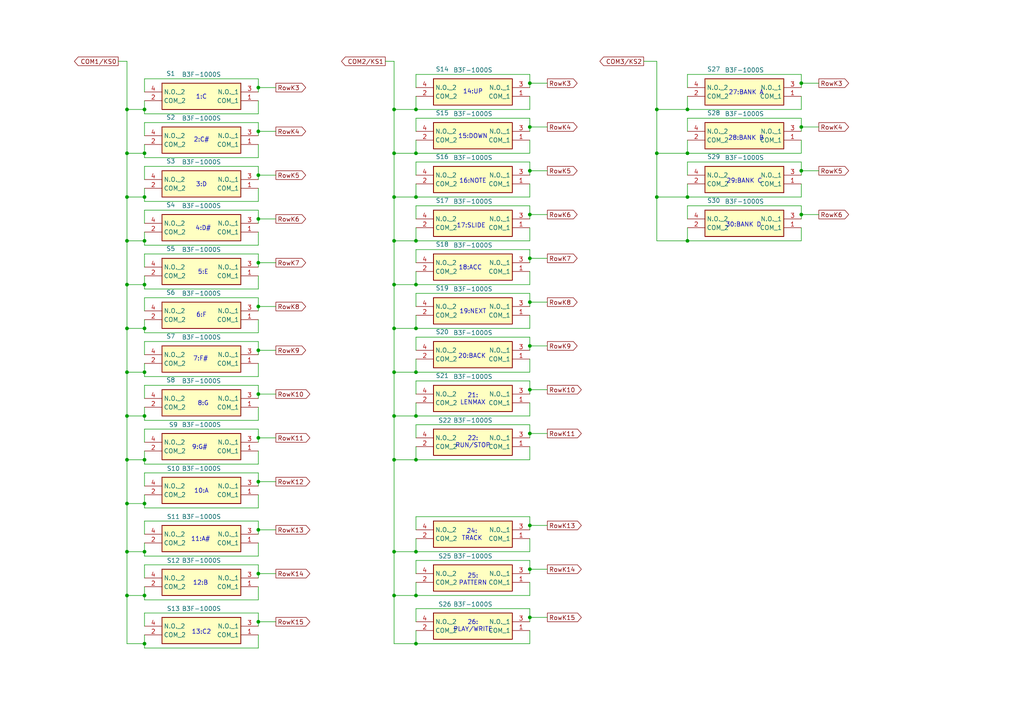
<source format=kicad_sch>
(kicad_sch (version 20231120) (generator "eeschema") (generator_version "8.0")
  (paper "A4")
  (lib_symbols
    (symbol "SamacSys_Parts:B3F-1000S"
      (property "Reference" "S" (at 29.21 7.62 0))
      (property "Value" "B3F-1000S" (at 29.21 5.08 0))
      (symbol "B3F-1000S_1_1"
        (rectangle (start 5.08 2.54) (end 27.94 -5.08) (stroke (width 0.254)) (fill (type background)))
        (pin passive line (at 33.02 -2.54 180) (length 5.08) (name "COM_1") (number "1"))
        (pin passive line (at 0 -2.54 0) (length 5.08) (name "COM_2") (number "2"))
        (pin passive line (at 33.02 0 180) (length 5.08) (name "N.O._1") (number "3"))
        (pin passive line (at 0 0 0) (length 5.08) (name "N.O._2") (number "4"))
      )
    )
  )
  (junction (at 114.3 82.55))
  (junction (at 153.67 74.93))
  (junction (at 36.83 31.75))
  (junction (at 114.3 120.65))
  (junction (at 41.91 133.35))
  (junction (at 41.91 107.95))
  (junction (at 153.67 87.63))
  (junction (at 153.67 165.1))
  (junction (at 41.91 160.02))
  (junction (at 41.91 57.15))
  (junction (at 36.83 172.72))
  (junction (at 190.5 44.45))
  (junction (at 36.83 120.65))
  (junction (at 153.67 152.4))
  (junction (at 41.91 120.65))
  (junction (at 120.65 44.45))
  (junction (at 74.93 101.6))
  (junction (at 114.3 172.72))
  (junction (at 36.83 95.25))
  (junction (at 114.3 57.15))
  (junction (at 41.91 82.55))
  (junction (at 36.83 160.02))
  (junction (at 41.91 146.05))
  (junction (at 74.93 153.67))
  (junction (at 120.65 95.25))
  (junction (at 36.83 133.35))
  (junction (at 114.3 107.95))
  (junction (at 153.67 49.53))
  (junction (at 41.91 172.72))
  (junction (at 120.65 57.15))
  (junction (at 114.3 133.35))
  (junction (at 232.41 49.53))
  (junction (at 36.83 57.15))
  (junction (at 153.67 113.03))
  (junction (at 74.93 38.1))
  (junction (at 41.91 69.85))
  (junction (at 114.3 160.02))
  (junction (at 153.67 179.07))
  (junction (at 74.93 63.5))
  (junction (at 41.91 44.45))
  (junction (at 74.93 76.2))
  (junction (at 41.91 186.69))
  (junction (at 120.65 186.69))
  (junction (at 74.93 139.7))
  (junction (at 36.83 107.95))
  (junction (at 114.3 95.25))
  (junction (at 120.65 120.65))
  (junction (at 120.65 160.02))
  (junction (at 153.67 125.73))
  (junction (at 74.93 114.3))
  (junction (at 36.83 82.55))
  (junction (at 153.67 62.23))
  (junction (at 114.3 44.45))
  (junction (at 74.93 50.8))
  (junction (at 199.39 31.75))
  (junction (at 74.93 166.37))
  (junction (at 114.3 69.85))
  (junction (at 36.83 146.05))
  (junction (at 153.67 24.13))
  (junction (at 199.39 57.15))
  (junction (at 120.65 107.95))
  (junction (at 74.93 25.4))
  (junction (at 41.91 95.25))
  (junction (at 232.41 36.83))
  (junction (at 120.65 69.85))
  (junction (at 36.83 44.45))
  (junction (at 153.67 100.33))
  (junction (at 190.5 31.75))
  (junction (at 114.3 31.75))
  (junction (at 120.65 31.75))
  (junction (at 232.41 62.23))
  (junction (at 74.93 180.34))
  (junction (at 199.39 44.45))
  (junction (at 120.65 172.72))
  (junction (at 36.83 69.85))
  (junction (at 120.65 133.35))
  (junction (at 74.93 127))
  (junction (at 199.39 69.85))
  (junction (at 41.91 31.75))
  (junction (at 190.5 57.15))
  (junction (at 74.93 88.9))
  (junction (at 153.67 36.83))
  (junction (at 232.41 24.13))
  (junction (at 120.65 82.55))
  (wire (pts (xy 41.91 133.35) (xy 41.91 130.81)))
  (wire (pts (xy 153.67 156.21) (xy 153.67 160.02)))
  (wire (pts (xy 120.65 21.59) (xy 153.67 21.59)))
  (wire (pts (xy 41.91 57.15) (xy 41.91 54.61)))
  (wire (pts (xy 41.91 177.8) (xy 74.93 177.8)))
  (wire (pts (xy 120.65 107.95) (xy 120.65 104.14)))
  (wire (pts (xy 41.91 173.99) (xy 41.91 172.72)))
  (wire (pts (xy 74.93 153.67) (xy 80.01 153.67)))
  (wire (pts (xy 153.67 172.72) (xy 120.65 172.72)))
  (wire (pts (xy 199.39 44.45) (xy 199.39 40.64)))
  (wire (pts (xy 41.91 172.72) (xy 41.91 170.18)))
  (wire (pts (xy 199.39 31.75) (xy 199.39 27.94)))
  (wire (pts (xy 114.3 95.25) (xy 114.3 107.95)))
  (wire (pts (xy 153.67 59.69) (xy 153.67 62.23)))
  (wire (pts (xy 120.65 69.85) (xy 114.3 69.85)))
  (wire (pts (xy 153.67 104.14) (xy 153.67 107.95)))
  (wire (pts (xy 153.67 100.33) (xy 153.67 101.6)))
  (wire (pts (xy 120.65 160.02) (xy 114.3 160.02)))
  (wire (pts (xy 114.3 44.45) (xy 114.3 57.15)))
  (wire (pts (xy 74.93 80.01) (xy 74.93 83.82)))
  (wire (pts (xy 120.65 123.19) (xy 153.67 123.19)))
  (wire (pts (xy 153.67 74.93) (xy 158.75 74.93)))
  (wire (pts (xy 153.67 44.45) (xy 120.65 44.45)))
  (wire (pts (xy 120.65 149.86) (xy 153.67 149.86)))
  (wire (pts (xy 74.93 114.3) (xy 74.93 115.57)))
  (wire (pts (xy 74.93 99.06) (xy 74.93 101.6)))
  (wire (pts (xy 120.65 160.02) (xy 120.65 156.21)))
  (wire (pts (xy 41.91 121.92) (xy 41.91 120.65)))
  (wire (pts (xy 120.65 97.79) (xy 153.67 97.79)))
  (wire (pts (xy 232.41 69.85) (xy 199.39 69.85)))
  (wire (pts (xy 120.65 59.69) (xy 153.67 59.69)))
  (wire (pts (xy 74.93 114.3) (xy 80.01 114.3)))
  (wire (pts (xy 153.67 97.79) (xy 153.67 100.33)))
  (wire (pts (xy 74.93 118.11) (xy 74.93 121.92)))
  (wire (pts (xy 41.91 58.42) (xy 41.91 57.15)))
  (wire (pts (xy 232.41 24.13) (xy 237.49 24.13)))
  (wire (pts (xy 36.83 31.75) (xy 36.83 44.45)))
  (wire (pts (xy 232.41 34.29) (xy 232.41 36.83)))
  (wire (pts (xy 36.83 69.85) (xy 41.91 69.85)))
  (wire (pts (xy 74.93 96.52) (xy 41.91 96.52)))
  (wire (pts (xy 153.67 179.07) (xy 158.75 179.07)))
  (wire (pts (xy 120.65 44.45) (xy 114.3 44.45)))
  (wire (pts (xy 190.5 17.78) (xy 190.5 31.75)))
  (wire (pts (xy 41.91 39.37) (xy 41.91 35.56)))
  (wire (pts (xy 190.5 57.15) (xy 190.5 69.85)))
  (wire (pts (xy 120.65 63.5) (xy 120.65 59.69)))
  (wire (pts (xy 36.83 160.02) (xy 41.91 160.02)))
  (wire (pts (xy 41.91 161.29) (xy 41.91 160.02)))
  (wire (pts (xy 41.91 120.65) (xy 41.91 118.11)))
  (wire (pts (xy 74.93 127) (xy 74.93 128.27)))
  (wire (pts (xy 74.93 25.4) (xy 74.93 26.67)))
  (wire (pts (xy 120.65 72.39) (xy 153.67 72.39)))
  (wire (pts (xy 74.93 166.37) (xy 74.93 167.64)))
  (wire (pts (xy 74.93 83.82) (xy 41.91 83.82)))
  (wire (pts (xy 41.91 77.47) (xy 41.91 73.66)))
  (wire (pts (xy 41.91 73.66) (xy 74.93 73.66)))
  (wire (pts (xy 120.65 127) (xy 120.65 123.19)))
  (wire (pts (xy 74.93 45.72) (xy 41.91 45.72)))
  (wire (pts (xy 41.91 163.83) (xy 74.93 163.83)))
  (wire (pts (xy 41.91 102.87) (xy 41.91 99.06)))
  (wire (pts (xy 41.91 64.77) (xy 41.91 60.96)))
  (wire (pts (xy 74.93 153.67) (xy 74.93 154.94)))
  (wire (pts (xy 74.93 151.13) (xy 74.93 153.67)))
  (wire (pts (xy 41.91 140.97) (xy 41.91 137.16)))
  (wire (pts (xy 74.93 41.91) (xy 74.93 45.72)))
  (wire (pts (xy 36.83 69.85) (xy 36.83 82.55)))
  (wire (pts (xy 153.67 36.83) (xy 158.75 36.83)))
  (wire (pts (xy 153.67 123.19) (xy 153.67 125.73)))
  (wire (pts (xy 153.67 113.03) (xy 153.67 114.3)))
  (wire (pts (xy 199.39 50.8) (xy 199.39 46.99)))
  (wire (pts (xy 199.39 46.99) (xy 232.41 46.99)))
  (wire (pts (xy 232.41 59.69) (xy 232.41 62.23)))
  (wire (pts (xy 190.5 57.15) (xy 199.39 57.15)))
  (wire (pts (xy 120.65 153.67) (xy 120.65 149.86)))
  (wire (pts (xy 74.93 101.6) (xy 80.01 101.6)))
  (wire (pts (xy 120.65 85.09) (xy 153.67 85.09)))
  (wire (pts (xy 120.65 34.29) (xy 153.67 34.29)))
  (wire (pts (xy 120.65 31.75) (xy 120.65 27.94)))
  (wire (pts (xy 153.67 69.85) (xy 120.65 69.85)))
  (wire (pts (xy 232.41 62.23) (xy 232.41 63.5)))
  (wire (pts (xy 153.67 36.83) (xy 153.67 38.1)))
  (wire (pts (xy 36.83 57.15) (xy 41.91 57.15)))
  (wire (pts (xy 41.91 124.46) (xy 74.93 124.46)))
  (wire (pts (xy 36.83 160.02) (xy 36.83 172.72)))
  (wire (pts (xy 41.91 26.67) (xy 41.91 22.86)))
  (wire (pts (xy 74.93 105.41) (xy 74.93 109.22)))
  (wire (pts (xy 74.93 54.61) (xy 74.93 58.42)))
  (wire (pts (xy 74.93 22.86) (xy 74.93 25.4)))
  (wire (pts (xy 120.65 82.55) (xy 114.3 82.55)))
  (wire (pts (xy 232.41 27.94) (xy 232.41 31.75)))
  (wire (pts (xy 153.67 110.49) (xy 153.67 113.03)))
  (wire (pts (xy 41.91 107.95) (xy 41.91 105.41)))
  (wire (pts (xy 153.67 74.93) (xy 153.67 76.2)))
  (wire (pts (xy 36.83 57.15) (xy 36.83 69.85)))
  (wire (pts (xy 74.93 58.42) (xy 41.91 58.42)))
  (wire (pts (xy 153.67 165.1) (xy 158.75 165.1)))
  (wire (pts (xy 41.91 187.96) (xy 41.91 186.69)))
  (wire (pts (xy 120.65 110.49) (xy 153.67 110.49)))
  (wire (pts (xy 36.83 186.69) (xy 41.91 186.69)))
  (wire (pts (xy 74.93 143.51) (xy 74.93 147.32)))
  (wire (pts (xy 153.67 107.95) (xy 120.65 107.95)))
  (wire (pts (xy 153.67 182.88) (xy 153.67 186.69)))
  (wire (pts (xy 199.39 69.85) (xy 199.39 66.04)))
  (wire (pts (xy 232.41 49.53) (xy 237.49 49.53)))
  (wire (pts (xy 120.65 95.25) (xy 120.65 91.44)))
  (wire (pts (xy 74.93 35.56) (xy 74.93 38.1)))
  (wire (pts (xy 41.91 111.76) (xy 74.93 111.76)))
  (wire (pts (xy 41.91 45.72) (xy 41.91 44.45)))
  (wire (pts (xy 74.93 177.8) (xy 74.93 180.34)))
  (wire (pts (xy 41.91 60.96) (xy 74.93 60.96)))
  (wire (pts (xy 74.93 29.21) (xy 74.93 33.02)))
  (wire (pts (xy 74.93 124.46) (xy 74.93 127)))
  (wire (pts (xy 120.65 44.45) (xy 120.65 40.64)))
  (wire (pts (xy 232.41 21.59) (xy 232.41 24.13)))
  (wire (pts (xy 153.67 125.73) (xy 158.75 125.73)))
  (wire (pts (xy 36.83 107.95) (xy 41.91 107.95)))
  (wire (pts (xy 153.67 116.84) (xy 153.67 120.65)))
  (wire (pts (xy 74.93 157.48) (xy 74.93 161.29)))
  (wire (pts (xy 232.41 66.04) (xy 232.41 69.85)))
  (wire (pts (xy 232.41 40.64) (xy 232.41 44.45)))
  (wire (pts (xy 153.67 21.59) (xy 153.67 24.13)))
  (wire (pts (xy 232.41 57.15) (xy 199.39 57.15)))
  (wire (pts (xy 186.69 17.78) (xy 190.5 17.78)))
  (wire (pts (xy 41.91 44.45) (xy 41.91 41.91)))
  (wire (pts (xy 153.67 129.54) (xy 153.67 133.35)))
  (wire (pts (xy 36.83 44.45) (xy 36.83 57.15)))
  (wire (pts (xy 74.93 111.76) (xy 74.93 114.3)))
  (wire (pts (xy 41.91 33.02) (xy 41.91 31.75)))
  (wire (pts (xy 74.93 161.29) (xy 41.91 161.29)))
  (wire (pts (xy 74.93 33.02) (xy 41.91 33.02)))
  (wire (pts (xy 120.65 133.35) (xy 114.3 133.35)))
  (wire (pts (xy 120.65 82.55) (xy 120.65 78.74)))
  (wire (pts (xy 41.91 146.05) (xy 41.91 143.51)))
  (wire (pts (xy 114.3 82.55) (xy 114.3 95.25)))
  (wire (pts (xy 36.83 133.35) (xy 36.83 146.05)))
  (wire (pts (xy 74.93 50.8) (xy 74.93 52.07)))
  (wire (pts (xy 41.91 48.26) (xy 74.93 48.26)))
  (wire (pts (xy 36.83 107.95) (xy 36.83 120.65)))
  (wire (pts (xy 41.91 22.86) (xy 74.93 22.86)))
  (wire (pts (xy 232.41 46.99) (xy 232.41 49.53)))
  (wire (pts (xy 74.93 38.1) (xy 80.01 38.1)))
  (wire (pts (xy 153.67 162.56) (xy 153.67 165.1)))
  (wire (pts (xy 120.65 31.75) (xy 114.3 31.75)))
  (wire (pts (xy 153.67 66.04) (xy 153.67 69.85)))
  (wire (pts (xy 41.91 134.62) (xy 41.91 133.35)))
  (wire (pts (xy 153.67 24.13) (xy 153.67 25.4)))
  (wire (pts (xy 120.65 46.99) (xy 153.67 46.99)))
  (wire (pts (xy 153.67 100.33) (xy 158.75 100.33)))
  (wire (pts (xy 120.65 166.37) (xy 120.65 162.56)))
  (wire (pts (xy 153.67 57.15) (xy 120.65 57.15)))
  (wire (pts (xy 41.91 99.06) (xy 74.93 99.06)))
  (wire (pts (xy 74.93 137.16) (xy 74.93 139.7)))
  (wire (pts (xy 232.41 31.75) (xy 199.39 31.75)))
  (wire (pts (xy 74.93 180.34) (xy 80.01 180.34)))
  (wire (pts (xy 114.3 69.85) (xy 114.3 82.55)))
  (wire (pts (xy 114.3 107.95) (xy 114.3 120.65)))
  (wire (pts (xy 41.91 109.22) (xy 41.91 107.95)))
  (wire (pts (xy 232.41 36.83) (xy 237.49 36.83)))
  (wire (pts (xy 120.65 114.3) (xy 120.65 110.49)))
  (wire (pts (xy 114.3 17.78) (xy 114.3 31.75)))
  (wire (pts (xy 153.67 78.74) (xy 153.67 82.55)))
  (wire (pts (xy 153.67 34.29) (xy 153.67 36.83)))
  (wire (pts (xy 153.67 95.25) (xy 120.65 95.25)))
  (wire (pts (xy 41.91 181.61) (xy 41.91 177.8)))
  (wire (pts (xy 199.39 57.15) (xy 199.39 53.34)))
  (wire (pts (xy 153.67 152.4) (xy 158.75 152.4)))
  (wire (pts (xy 153.67 168.91) (xy 153.67 172.72)))
  (wire (pts (xy 199.39 63.5) (xy 199.39 59.69)))
  (wire (pts (xy 120.65 107.95) (xy 114.3 107.95)))
  (wire (pts (xy 41.91 96.52) (xy 41.91 95.25)))
  (wire (pts (xy 36.83 31.75) (xy 41.91 31.75)))
  (wire (pts (xy 36.83 95.25) (xy 36.83 107.95)))
  (wire (pts (xy 153.67 40.64) (xy 153.67 44.45)))
  (wire (pts (xy 120.65 50.8) (xy 120.65 46.99)))
  (wire (pts (xy 232.41 44.45) (xy 199.39 44.45)))
  (wire (pts (xy 41.91 154.94) (xy 41.91 151.13)))
  (wire (pts (xy 74.93 166.37) (xy 80.01 166.37)))
  (wire (pts (xy 120.65 172.72) (xy 114.3 172.72)))
  (wire (pts (xy 34.29 17.78) (xy 36.83 17.78)))
  (wire (pts (xy 36.83 120.65) (xy 41.91 120.65)))
  (wire (pts (xy 74.93 127) (xy 80.01 127)))
  (wire (pts (xy 153.67 176.53) (xy 153.67 179.07)))
  (wire (pts (xy 153.67 91.44) (xy 153.67 95.25)))
  (wire (pts (xy 74.93 86.36) (xy 74.93 88.9)))
  (wire (pts (xy 41.91 186.69) (xy 41.91 184.15)))
  (wire (pts (xy 74.93 50.8) (xy 80.01 50.8)))
  (wire (pts (xy 41.91 95.25) (xy 41.91 92.71)))
  (wire (pts (xy 153.67 120.65) (xy 120.65 120.65)))
  (wire (pts (xy 153.67 87.63) (xy 153.67 88.9)))
  (wire (pts (xy 36.83 172.72) (xy 36.83 186.69)))
  (wire (pts (xy 120.65 162.56) (xy 153.67 162.56)))
  (wire (pts (xy 153.67 133.35) (xy 120.65 133.35)))
  (wire (pts (xy 232.41 24.13) (xy 232.41 25.4)))
  (wire (pts (xy 153.67 62.23) (xy 158.75 62.23)))
  (wire (pts (xy 232.41 49.53) (xy 232.41 50.8)))
  (wire (pts (xy 36.83 146.05) (xy 41.91 146.05)))
  (wire (pts (xy 36.83 17.78) (xy 36.83 31.75)))
  (wire (pts (xy 74.93 63.5) (xy 80.01 63.5)))
  (wire (pts (xy 41.91 151.13) (xy 74.93 151.13)))
  (wire (pts (xy 190.5 31.75) (xy 199.39 31.75)))
  (wire (pts (xy 41.91 82.55) (xy 41.91 80.01)))
  (wire (pts (xy 74.93 88.9) (xy 80.01 88.9)))
  (wire (pts (xy 199.39 21.59) (xy 232.41 21.59)))
  (wire (pts (xy 153.67 125.73) (xy 153.67 127)))
  (wire (pts (xy 120.65 133.35) (xy 120.65 129.54)))
  (wire (pts (xy 153.67 62.23) (xy 153.67 63.5)))
  (wire (pts (xy 120.65 120.65) (xy 114.3 120.65)))
  (wire (pts (xy 36.83 172.72) (xy 41.91 172.72)))
  (wire (pts (xy 74.93 147.32) (xy 41.91 147.32)))
  (wire (pts (xy 232.41 53.34) (xy 232.41 57.15)))
  (wire (pts (xy 199.39 59.69) (xy 232.41 59.69)))
  (wire (pts (xy 36.83 133.35) (xy 41.91 133.35)))
  (wire (pts (xy 74.93 92.71) (xy 74.93 96.52)))
  (wire (pts (xy 74.93 109.22) (xy 41.91 109.22)))
  (wire (pts (xy 74.93 101.6) (xy 74.93 102.87)))
  (wire (pts (xy 74.93 139.7) (xy 80.01 139.7)))
  (wire (pts (xy 153.67 53.34) (xy 153.67 57.15)))
  (wire (pts (xy 120.65 25.4) (xy 120.65 21.59)))
  (wire (pts (xy 153.67 160.02) (xy 120.65 160.02)))
  (wire (pts (xy 232.41 62.23) (xy 237.49 62.23)))
  (wire (pts (xy 74.93 48.26) (xy 74.93 50.8)))
  (wire (pts (xy 120.65 172.72) (xy 120.65 168.91)))
  (wire (pts (xy 41.91 90.17) (xy 41.91 86.36)))
  (wire (pts (xy 153.67 24.13) (xy 158.75 24.13)))
  (wire (pts (xy 41.91 137.16) (xy 74.93 137.16)))
  (wire (pts (xy 190.5 69.85) (xy 199.39 69.85)))
  (wire (pts (xy 114.3 57.15) (xy 114.3 69.85)))
  (wire (pts (xy 120.65 176.53) (xy 153.67 176.53)))
  (wire (pts (xy 41.91 160.02) (xy 41.91 157.48)))
  (wire (pts (xy 41.91 115.57) (xy 41.91 111.76)))
  (wire (pts (xy 41.91 147.32) (xy 41.91 146.05)))
  (wire (pts (xy 74.93 134.62) (xy 41.91 134.62)))
  (wire (pts (xy 153.67 85.09) (xy 153.67 87.63)))
  (wire (pts (xy 232.41 36.83) (xy 232.41 38.1)))
  (wire (pts (xy 153.67 72.39) (xy 153.67 74.93)))
  (wire (pts (xy 190.5 44.45) (xy 190.5 57.15)))
  (wire (pts (xy 74.93 180.34) (xy 74.93 181.61)))
  (wire (pts (xy 114.3 172.72) (xy 114.3 186.69)))
  (wire (pts (xy 120.65 186.69) (xy 114.3 186.69)))
  (wire (pts (xy 114.3 120.65) (xy 114.3 133.35)))
  (wire (pts (xy 41.91 83.82) (xy 41.91 82.55)))
  (wire (pts (xy 114.3 133.35) (xy 114.3 160.02)))
  (wire (pts (xy 153.67 49.53) (xy 158.75 49.53)))
  (wire (pts (xy 120.65 76.2) (xy 120.65 72.39)))
  (wire (pts (xy 74.93 130.81) (xy 74.93 134.62)))
  (wire (pts (xy 120.65 180.34) (xy 120.65 176.53)))
  (wire (pts (xy 41.91 167.64) (xy 41.91 163.83)))
  (wire (pts (xy 190.5 44.45) (xy 199.39 44.45)))
  (wire (pts (xy 120.65 57.15) (xy 114.3 57.15)))
  (wire (pts (xy 120.65 88.9) (xy 120.65 85.09)))
  (wire (pts (xy 41.91 128.27) (xy 41.91 124.46)))
  (wire (pts (xy 120.65 69.85) (xy 120.65 66.04)))
  (wire (pts (xy 74.93 184.15) (xy 74.93 187.96)))
  (wire (pts (xy 41.91 31.75) (xy 41.91 29.21)))
  (wire (pts (xy 74.93 25.4) (xy 80.01 25.4)))
  (wire (pts (xy 74.93 67.31) (xy 74.93 71.12)))
  (wire (pts (xy 153.67 179.07) (xy 153.67 180.34)))
  (wire (pts (xy 36.83 82.55) (xy 41.91 82.55)))
  (wire (pts (xy 153.67 82.55) (xy 120.65 82.55)))
  (wire (pts (xy 153.67 113.03) (xy 158.75 113.03)))
  (wire (pts (xy 36.83 44.45) (xy 41.91 44.45)))
  (wire (pts (xy 199.39 34.29) (xy 232.41 34.29)))
  (wire (pts (xy 41.91 69.85) (xy 41.91 67.31)))
  (wire (pts (xy 36.83 95.25) (xy 41.91 95.25)))
  (wire (pts (xy 74.93 121.92) (xy 41.91 121.92)))
  (wire (pts (xy 153.67 31.75) (xy 120.65 31.75)))
  (wire (pts (xy 153.67 152.4) (xy 153.67 153.67)))
  (wire (pts (xy 36.83 82.55) (xy 36.83 95.25)))
  (wire (pts (xy 74.93 76.2) (xy 80.01 76.2)))
  (wire (pts (xy 153.67 49.53) (xy 153.67 50.8)))
  (wire (pts (xy 74.93 73.66) (xy 74.93 76.2)))
  (wire (pts (xy 74.93 170.18) (xy 74.93 173.99)))
  (wire (pts (xy 120.65 95.25) (xy 114.3 95.25)))
  (wire (pts (xy 114.3 31.75) (xy 114.3 44.45)))
  (wire (pts (xy 74.93 63.5) (xy 74.93 64.77)))
  (wire (pts (xy 153.67 46.99) (xy 153.67 49.53)))
  (wire (pts (xy 153.67 27.94) (xy 153.67 31.75)))
  (wire (pts (xy 111.76 17.78) (xy 114.3 17.78)))
  (wire (pts (xy 74.93 88.9) (xy 74.93 90.17)))
  (wire (pts (xy 74.93 187.96) (xy 41.91 187.96)))
  (wire (pts (xy 41.91 35.56) (xy 74.93 35.56)))
  (wire (pts (xy 74.93 38.1) (xy 74.93 39.37)))
  (wire (pts (xy 36.83 146.05) (xy 36.83 160.02)))
  (wire (pts (xy 120.65 186.69) (xy 120.65 182.88)))
  (wire (pts (xy 114.3 160.02) (xy 114.3 172.72)))
  (wire (pts (xy 120.65 57.15) (xy 120.65 53.34)))
  (wire (pts (xy 153.67 165.1) (xy 153.67 166.37)))
  (wire (pts (xy 74.93 139.7) (xy 74.93 140.97)))
  (wire (pts (xy 41.91 52.07) (xy 41.91 48.26)))
  (wire (pts (xy 190.5 31.75) (xy 190.5 44.45)))
  (wire (pts (xy 36.83 120.65) (xy 36.83 133.35)))
  (wire (pts (xy 199.39 25.4) (xy 199.39 21.59)))
  (wire (pts (xy 199.39 38.1) (xy 199.39 34.29)))
  (wire (pts (xy 74.93 163.83) (xy 74.93 166.37)))
  (wire (pts (xy 120.65 38.1) (xy 120.65 34.29)))
  (wire (pts (xy 153.67 87.63) (xy 158.75 87.63)))
  (wire (pts (xy 41.91 71.12) (xy 41.91 69.85)))
  (wire (pts (xy 120.65 101.6) (xy 120.65 97.79)))
  (wire (pts (xy 74.93 71.12) (xy 41.91 71.12)))
  (wire (pts (xy 153.67 186.69) (xy 120.65 186.69)))
  (wire (pts (xy 74.93 173.99) (xy 41.91 173.99)))
  (wire (pts (xy 41.91 86.36) (xy 74.93 86.36)))
  (wire (pts (xy 74.93 76.2) (xy 74.93 77.47)))
  (wire (pts (xy 74.93 60.96) (xy 74.93 63.5)))
  (wire (pts (xy 153.67 149.86) (xy 153.67 152.4)))
  (wire (pts (xy 120.65 120.65) (xy 120.65 116.84)))
  (text "4:D#" (at 58.928 66.294 0) (effects (font (size 1.27 1.27))))
  (text "13:C2" (at 58.42 183.388 0) (effects (font (size 1.27 1.27))))
  (text "11:A#" (at 58.166 156.464 0) (effects (font (size 1.27 1.27))))
  (text "1:C" (at 58.42 28.194 0) (effects (font (size 1.27 1.27))))
  (text "19:NEXT" (at 137.16 90.424 0) (effects (font (size 1.27 1.27))))
  (text "10:A" (at 58.42 142.494 0) (effects (font (size 1.27 1.27))))
  (text "27:BANK A" (at 216.408 26.924 0) (effects (font (size 1.27 1.27))))
  (text "5:E" (at 58.928 78.994 0) (effects (font (size 1.27 1.27))))
  (text "14:UP" (at 137.16 26.67 0) (effects (font (size 1.27 1.27))))
  (text "2:C#" (at 58.42 40.64 0) (effects (font (size 1.27 1.27))))
  (text "18:ACC" (at 136.398 77.724 0) (effects (font (size 1.27 1.27))))
  (text "24:\nTRACK" (at 136.906 155.194 0) (effects (font (size 1.27 1.27))))
  (text "16:NOTE" (at 137.16 52.578 0) (effects (font (size 1.27 1.27))))
  (text "3:D" (at 58.42 53.594 0) (effects (font (size 1.27 1.27))))
  (text "7:F#\n" (at 58.166 104.14 0) (effects (font (size 1.27 1.27))))
  (text "8:G" (at 58.928 117.094 0) (effects (font (size 1.27 1.27))))
  (text "6:F\n" (at 58.42 91.44 0) (effects (font (size 1.27 1.27))))
  (text "21:\nLENMAX" (at 137.16 115.824 0) (effects (font (size 1.27 1.27))))
  (text "26:\nPLAY/WRITE" (at 137.16 181.61 0) (effects (font (size 1.27 1.27))))
  (text "17:SLIDE" (at 136.652 65.532 0) (effects (font (size 1.27 1.27))))
  (text "9:G#" (at 57.912 129.794 0) (effects (font (size 1.27 1.27))))
  (text "25:\nPATTERN" (at 137.16 168.148 0) (effects (font (size 1.27 1.27))))
  (text "29:BANK C" (at 215.9 52.578 0) (effects (font (size 1.27 1.27))))
  (text "12:B" (at 58.166 169.164 0) (effects (font (size 1.27 1.27))))
  (text "22:\nRUN/STOP" (at 137.16 128.27 0) (effects (font (size 1.27 1.27))))
  (text "20:BACK" (at 136.906 103.378 0) (effects (font (size 1.27 1.27))))
  (text "15:DOWN" (at 137.16 39.624 0) (effects (font (size 1.27 1.27))))
  (text "30:BANK D" (at 215.646 65.278 0) (effects (font (size 1.27 1.27))))
  (text "28:BANK B" (at 216.408 40.132 0) (effects (font (size 1.27 1.27))))
  (global_label "RowK11" (shape output) (at 158.75 125.73 0) (property "Intersheetrefs" "${INTERSHEET_REFS}" (effects (hide yes))))
  (global_label "RowK6" (shape output) (at 158.75 62.23 0) (property "Intersheetrefs" "${INTERSHEET_REFS}" (effects (hide yes))))
  (global_label "RowK4" (shape output) (at 237.49 36.83 0) (property "Intersheetrefs" "${INTERSHEET_REFS}" (effects (hide yes))))
  (global_label "RowK8" (shape output) (at 158.75 87.63 0) (property "Intersheetrefs" "${INTERSHEET_REFS}" (effects (hide yes))))
  (global_label "RowK5" (shape output) (at 80.01 50.8 0) (property "Intersheetrefs" "${INTERSHEET_REFS}" (effects (hide yes))))
  (global_label "RowK5" (shape output) (at 158.75 49.53 0) (property "Intersheetrefs" "${INTERSHEET_REFS}" (effects (hide yes))))
  (global_label "COM1{slash}KS0" (shape output) (at 34.29 17.78 180) (property "Intersheetrefs" "${INTERSHEET_REFS}" (effects (hide yes))))
  (global_label "RowK12" (shape output) (at 80.01 139.7 0) (property "Intersheetrefs" "${INTERSHEET_REFS}" (effects (hide yes))))
  (global_label "RowK13" (shape output) (at 158.75 152.4 0) (property "Intersheetrefs" "${INTERSHEET_REFS}" (effects (hide yes))))
  (global_label "RowK3" (shape output) (at 80.01 25.4 0) (property "Intersheetrefs" "${INTERSHEET_REFS}" (effects (hide yes))))
  (global_label "RowK7" (shape output) (at 80.01 76.2 0) (property "Intersheetrefs" "${INTERSHEET_REFS}" (effects (hide yes))))
  (global_label "RowK11" (shape output) (at 80.01 127 0) (property "Intersheetrefs" "${INTERSHEET_REFS}" (effects (hide yes))))
  (global_label "RowK5" (shape output) (at 237.49 49.53 0) (property "Intersheetrefs" "${INTERSHEET_REFS}" (effects (hide yes))))
  (global_label "RowK4" (shape output) (at 158.75 36.83 0) (property "Intersheetrefs" "${INTERSHEET_REFS}" (effects (hide yes))))
  (global_label "RowK10" (shape output) (at 158.75 113.03 0) (property "Intersheetrefs" "${INTERSHEET_REFS}" (effects (hide yes))))
  (global_label "RowK6" (shape output) (at 80.01 63.5 0) (property "Intersheetrefs" "${INTERSHEET_REFS}" (effects (hide yes))))
  (global_label "RowK8" (shape output) (at 80.01 88.9 0) (property "Intersheetrefs" "${INTERSHEET_REFS}" (effects (hide yes))))
  (global_label "RowK7" (shape output) (at 158.75 74.93 0) (property "Intersheetrefs" "${INTERSHEET_REFS}" (effects (hide yes))))
  (global_label "RowK9" (shape output) (at 80.01 101.6 0) (property "Intersheetrefs" "${INTERSHEET_REFS}" (effects (hide yes))))
  (global_label "RowK6" (shape output) (at 237.49 62.23 0) (property "Intersheetrefs" "${INTERSHEET_REFS}" (effects (hide yes))))
  (global_label "RowK3" (shape output) (at 158.75 24.13 0) (property "Intersheetrefs" "${INTERSHEET_REFS}" (effects (hide yes))))
  (global_label "COM3/KS2" (shape output) (at 186.69 17.78 180) (property "Intersheetrefs" "${INTERSHEET_REFS}" (effects (hide yes))))
  (global_label "RowK4" (shape output) (at 80.01 38.1 0) (property "Intersheetrefs" "${INTERSHEET_REFS}" (effects (hide yes))))
  (global_label "RowK9" (shape output) (at 158.75 100.33 0) (property "Intersheetrefs" "${INTERSHEET_REFS}" (effects (hide yes))))
  (global_label "RowK14" (shape output) (at 80.01 166.37 0) (property "Intersheetrefs" "${INTERSHEET_REFS}" (effects (hide yes))))
  (global_label "RowK3" (shape output) (at 237.49 24.13 0) (property "Intersheetrefs" "${INTERSHEET_REFS}" (effects (hide yes))))
  (global_label "RowK13" (shape output) (at 80.01 153.67 0) (property "Intersheetrefs" "${INTERSHEET_REFS}" (effects (hide yes))))
  (global_label "RowK15" (shape output) (at 158.75 179.07 0) (property "Intersheetrefs" "${INTERSHEET_REFS}" (effects (hide yes))))
  (global_label "RowK14" (shape output) (at 158.75 165.1 0) (property "Intersheetrefs" "${INTERSHEET_REFS}" (effects (hide yes))))
  (global_label "COM2/KS1" (shape output) (at 111.76 17.78 180) (property "Intersheetrefs" "${INTERSHEET_REFS}" (effects (hide yes))))
  (global_label "RowK15" (shape output) (at 80.01 180.34 0) (property "Intersheetrefs" "${INTERSHEET_REFS}" (effects (hide yes))))
  (global_label "RowK10" (shape output) (at 80.01 114.3 0) (property "Intersheetrefs" "${INTERSHEET_REFS}" (effects (hide yes))))
  (symbol (lib_id "SamacSys_Parts:B3F-1000S") (at 120.65 63.5 0) (unit 1)
    (property "Reference" "S17" (at 128.27 58.166 0))
    (property "Value" "B3F-1000S" (at 137.16 58.42 0))
    (property "Footprint" "SamacSys_Parts:B3F1060" (effects (hide yes)))
    (property "Datasheet" "https://www.mouser.com/datasheet/2/307/en-b3f-13826.pdf" (effects (hide yes)))
    (property "Description" "Tactile Switches 6x6 Flat 4.3mm Btn Force 100g w/o Grd" (effects (hide yes)))
    (property "Height" "7" (effects (hide yes)))
    (property "Manufacturer_Name" "Omron Electronics" (effects (hide yes)))
    (property "Manufacturer_Part_Number" "B3F-1000S" (effects (hide yes)))
    (property "Mouser Part Number" "653-B3F-1000-S" (effects (hide yes)))
    (property "Mouser Price/Stock" "https://www.mouser.co.uk/ProductDetail/Omron-Electronics/B3F-1000S?qs=C6KiJco3hx0Z3qfxWTJOrg%3D%3D" (effects (hide yes)))
  )
  (symbol (lib_id "SamacSys_Parts:B3F-1000S") (at 41.91 115.57 0) (unit 1)
    (property "Reference" "S8" (at 49.53 110.236 0))
    (property "Value" "B3F-1000S" (at 58.42 110.49 0))
    (property "Footprint" "SamacSys_Parts:B3F1060" (effects (hide yes)))
    (property "Datasheet" "https://www.mouser.com/datasheet/2/307/en-b3f-13826.pdf" (effects (hide yes)))
    (property "Description" "Tactile Switches 6x6 Flat 4.3mm Btn Force 100g w/o Grd" (effects (hide yes)))
    (property "Height" "7" (effects (hide yes)))
    (property "Manufacturer_Name" "Omron Electronics" (effects (hide yes)))
    (property "Manufacturer_Part_Number" "B3F-1000S" (effects (hide yes)))
    (property "Mouser Part Number" "653-B3F-1000-S" (effects (hide yes)))
    (property "Mouser Price/Stock" "https://www.mouser.co.uk/ProductDetail/Omron-Electronics/B3F-1000S?qs=C6KiJco3hx0Z3qfxWTJOrg%3D%3D" (effects (hide yes)))
  )
  (symbol (lib_id "SamacSys_Parts:B3F-1000S") (at 199.39 25.4 0) (unit 1)
    (property "Reference" "S27" (at 207.01 20.066 0))
    (property "Value" "B3F-1000S" (at 215.9 20.32 0))
    (property "Footprint" "SamacSys_Parts:B3F1060" (effects (hide yes)))
    (property "Datasheet" "https://www.mouser.com/datasheet/2/307/en-b3f-13826.pdf" (effects (hide yes)))
    (property "Description" "Tactile Switches 6x6 Flat 4.3mm Btn Force 100g w/o Grd" (effects (hide yes)))
    (property "Height" "7" (effects (hide yes)))
    (property "Manufacturer_Name" "Omron Electronics" (effects (hide yes)))
    (property "Manufacturer_Part_Number" "B3F-1000S" (effects (hide yes)))
    (property "Mouser Part Number" "653-B3F-1000-S" (effects (hide yes)))
    (property "Mouser Price/Stock" "https://www.mouser.co.uk/ProductDetail/Omron-Electronics/B3F-1000S?qs=C6KiJco3hx0Z3qfxWTJOrg%3D%3D" (effects (hide yes)))
  )
  (symbol (lib_id "SamacSys_Parts:B3F-1000S") (at 120.65 127 0) (unit 1)
    (property "Reference" "S22" (at 129.032 121.92 0))
    (property "Value" "B3F-1000S" (at 137.16 121.92 0))
    (property "Footprint" "SamacSys_Parts:B3F1060" (effects (hide yes)))
    (property "Datasheet" "https://www.mouser.com/datasheet/2/307/en-b3f-13826.pdf" (effects (hide yes)))
    (property "Description" "Tactile Switches 6x6 Flat 4.3mm Btn Force 100g w/o Grd" (effects (hide yes)))
    (property "Height" "7" (effects (hide yes)))
    (property "Manufacturer_Name" "Omron Electronics" (effects (hide yes)))
    (property "Manufacturer_Part_Number" "B3F-1000S" (effects (hide yes)))
    (property "Mouser Part Number" "653-B3F-1000-S" (effects (hide yes)))
    (property "Mouser Price/Stock" "https://www.mouser.co.uk/ProductDetail/Omron-Electronics/B3F-1000S?qs=C6KiJco3hx0Z3qfxWTJOrg%3D%3D" (effects (hide yes)))
  )
  (symbol (lib_id "SamacSys_Parts:B3F-1000S") (at 41.91 167.64 0) (unit 1)
    (property "Reference" "S12" (at 50.292 162.56 0))
    (property "Value" "B3F-1000S" (at 58.42 162.56 0))
    (property "Footprint" "SamacSys_Parts:B3F1060" (effects (hide yes)))
    (property "Datasheet" "https://www.mouser.com/datasheet/2/307/en-b3f-13826.pdf" (effects (hide yes)))
    (property "Description" "Tactile Switches 6x6 Flat 4.3mm Btn Force 100g w/o Grd" (effects (hide yes)))
    (property "Height" "7" (effects (hide yes)))
    (property "Manufacturer_Name" "Omron Electronics" (effects (hide yes)))
    (property "Manufacturer_Part_Number" "B3F-1000S" (effects (hide yes)))
    (property "Mouser Part Number" "653-B3F-1000-S" (effects (hide yes)))
    (property "Mouser Price/Stock" "https://www.mouser.co.uk/ProductDetail/Omron-Electronics/B3F-1000S?qs=C6KiJco3hx0Z3qfxWTJOrg%3D%3D" (effects (hide yes)))
  )
  (symbol (lib_id "SamacSys_Parts:B3F-1000S") (at 41.91 77.47 0) (unit 1)
    (property "Reference" "S5" (at 49.53 72.136 0))
    (property "Value" "B3F-1000S" (at 58.42 72.39 0))
    (property "Footprint" "SamacSys_Parts:B3F1060" (effects (hide yes)))
    (property "Datasheet" "https://www.mouser.com/datasheet/2/307/en-b3f-13826.pdf" (effects (hide yes)))
    (property "Description" "Tactile Switches 6x6 Flat 4.3mm Btn Force 100g w/o Grd" (effects (hide yes)))
    (property "Height" "7" (effects (hide yes)))
    (property "Manufacturer_Name" "Omron Electronics" (effects (hide yes)))
    (property "Manufacturer_Part_Number" "B3F-1000S" (effects (hide yes)))
    (property "Mouser Part Number" "653-B3F-1000-S" (effects (hide yes)))
    (property "Mouser Price/Stock" "https://www.mouser.co.uk/ProductDetail/Omron-Electronics/B3F-1000S?qs=C6KiJco3hx0Z3qfxWTJOrg%3D%3D" (effects (hide yes)))
  )
  (symbol (lib_id "SamacSys_Parts:B3F-1000S") (at 120.65 76.2 0) (unit 1)
    (property "Reference" "S18" (at 128.27 70.866 0))
    (property "Value" "B3F-1000S" (at 137.16 71.12 0))
    (property "Footprint" "SamacSys_Parts:B3F1060" (effects (hide yes)))
    (property "Datasheet" "https://www.mouser.com/datasheet/2/307/en-b3f-13826.pdf" (effects (hide yes)))
    (property "Description" "Tactile Switches 6x6 Flat 4.3mm Btn Force 100g w/o Grd" (effects (hide yes)))
    (property "Height" "7" (effects (hide yes)))
    (property "Manufacturer_Name" "Omron Electronics" (effects (hide yes)))
    (property "Manufacturer_Part_Number" "B3F-1000S" (effects (hide yes)))
    (property "Mouser Part Number" "653-B3F-1000-S" (effects (hide yes)))
    (property "Mouser Price/Stock" "https://www.mouser.co.uk/ProductDetail/Omron-Electronics/B3F-1000S?qs=C6KiJco3hx0Z3qfxWTJOrg%3D%3D" (effects (hide yes)))
  )
  (symbol (lib_id "SamacSys_Parts:B3F-1000S") (at 41.91 64.77 0) (unit 1)
    (property "Reference" "S4" (at 49.53 59.436 0))
    (property "Value" "B3F-1000S" (at 58.42 59.69 0))
    (property "Footprint" "SamacSys_Parts:B3F1060" (effects (hide yes)))
    (property "Datasheet" "https://www.mouser.com/datasheet/2/307/en-b3f-13826.pdf" (effects (hide yes)))
    (property "Description" "Tactile Switches 6x6 Flat 4.3mm Btn Force 100g w/o Grd" (effects (hide yes)))
    (property "Height" "7" (effects (hide yes)))
    (property "Manufacturer_Name" "Omron Electronics" (effects (hide yes)))
    (property "Manufacturer_Part_Number" "B3F-1000S" (effects (hide yes)))
    (property "Mouser Part Number" "653-B3F-1000-S" (effects (hide yes)))
    (property "Mouser Price/Stock" "https://www.mouser.co.uk/ProductDetail/Omron-Electronics/B3F-1000S?qs=C6KiJco3hx0Z3qfxWTJOrg%3D%3D" (effects (hide yes)))
  )
  (symbol (lib_id "SamacSys_Parts:B3F-1000S") (at 120.65 25.4 0) (unit 1)
    (property "Reference" "S14" (at 128.27 20.066 0))
    (property "Value" "B3F-1000S" (at 137.16 20.32 0))
    (property "Footprint" "SamacSys_Parts:B3F1060" (effects (hide yes)))
    (property "Datasheet" "https://www.mouser.com/datasheet/2/307/en-b3f-13826.pdf" (effects (hide yes)))
    (property "Description" "Tactile Switches 6x6 Flat 4.3mm Btn Force 100g w/o Grd" (effects (hide yes)))
    (property "Height" "7" (effects (hide yes)))
    (property "Manufacturer_Name" "Omron Electronics" (effects (hide yes)))
    (property "Manufacturer_Part_Number" "B3F-1000S" (effects (hide yes)))
    (property "Mouser Part Number" "653-B3F-1000-S" (effects (hide yes)))
    (property "Mouser Price/Stock" "https://www.mouser.co.uk/ProductDetail/Omron-Electronics/B3F-1000S?qs=C6KiJco3hx0Z3qfxWTJOrg%3D%3D" (effects (hide yes)))
  )
  (symbol (lib_id "SamacSys_Parts:B3F-1000S") (at 199.39 63.5 0) (unit 1)
    (property "Reference" "S30" (at 207.01 58.166 0))
    (property "Value" "B3F-1000S" (at 215.9 58.42 0))
    (property "Footprint" "SamacSys_Parts:B3F1060" (effects (hide yes)))
    (property "Datasheet" "https://www.mouser.com/datasheet/2/307/en-b3f-13826.pdf" (effects (hide yes)))
    (property "Description" "Tactile Switches 6x6 Flat 4.3mm Btn Force 100g w/o Grd" (effects (hide yes)))
    (property "Height" "7" (effects (hide yes)))
    (property "Manufacturer_Name" "Omron Electronics" (effects (hide yes)))
    (property "Manufacturer_Part_Number" "B3F-1000S" (effects (hide yes)))
    (property "Mouser Part Number" "653-B3F-1000-S" (effects (hide yes)))
    (property "Mouser Price/Stock" "https://www.mouser.co.uk/ProductDetail/Omron-Electronics/B3F-1000S?qs=C6KiJco3hx0Z3qfxWTJOrg%3D%3D" (effects (hide yes)))
  )
  (symbol (lib_id "SamacSys_Parts:B3F-1000S") (at 41.91 140.97 0) (unit 1)
    (property "Reference" "S10" (at 50.292 135.89 0))
    (property "Value" "B3F-1000S" (at 58.42 135.89 0))
    (property "Footprint" "SamacSys_Parts:B3F1060" (effects (hide yes)))
    (property "Datasheet" "https://www.mouser.com/datasheet/2/307/en-b3f-13826.pdf" (effects (hide yes)))
    (property "Description" "Tactile Switches 6x6 Flat 4.3mm Btn Force 100g w/o Grd" (effects (hide yes)))
    (property "Height" "7" (effects (hide yes)))
    (property "Manufacturer_Name" "Omron Electronics" (effects (hide yes)))
    (property "Manufacturer_Part_Number" "B3F-1000S" (effects (hide yes)))
    (property "Mouser Part Number" "653-B3F-1000-S" (effects (hide yes)))
    (property "Mouser Price/Stock" "https://www.mouser.co.uk/ProductDetail/Omron-Electronics/B3F-1000S?qs=C6KiJco3hx0Z3qfxWTJOrg%3D%3D" (effects (hide yes)))
  )
  (symbol (lib_id "SamacSys_Parts:B3F-1000S") (at 120.65 114.3 0) (unit 1)
    (property "Reference" "S21" (at 128.27 108.966 0))
    (property "Value" "B3F-1000S" (at 137.16 109.22 0))
    (property "Footprint" "SamacSys_Parts:B3F1060" (effects (hide yes)))
    (property "Datasheet" "https://www.mouser.com/datasheet/2/307/en-b3f-13826.pdf" (effects (hide yes)))
    (property "Description" "Tactile Switches 6x6 Flat 4.3mm Btn Force 100g w/o Grd" (effects (hide yes)))
    (property "Height" "7" (effects (hide yes)))
    (property "Manufacturer_Name" "Omron Electronics" (effects (hide yes)))
    (property "Manufacturer_Part_Number" "B3F-1000S" (effects (hide yes)))
    (property "Mouser Part Number" "653-B3F-1000-S" (effects (hide yes)))
    (property "Mouser Price/Stock" "https://www.mouser.co.uk/ProductDetail/Omron-Electronics/B3F-1000S?qs=C6KiJco3hx0Z3qfxWTJOrg%3D%3D" (effects (hide yes)))
  )
  (symbol (lib_id "SamacSys_Parts:B3F-1000S") (at 41.91 154.94 0) (unit 1)
    (property "Reference" "S11" (at 50.292 149.86 0))
    (property "Value" "B3F-1000S" (at 58.42 149.86 0))
    (property "Footprint" "SamacSys_Parts:B3F1060" (effects (hide yes)))
    (property "Datasheet" "https://www.mouser.com/datasheet/2/307/en-b3f-13826.pdf" (effects (hide yes)))
    (property "Description" "Tactile Switches 6x6 Flat 4.3mm Btn Force 100g w/o Grd" (effects (hide yes)))
    (property "Height" "7" (effects (hide yes)))
    (property "Manufacturer_Name" "Omron Electronics" (effects (hide yes)))
    (property "Manufacturer_Part_Number" "B3F-1000S" (effects (hide yes)))
    (property "Mouser Part Number" "653-B3F-1000-S" (effects (hide yes)))
    (property "Mouser Price/Stock" "https://www.mouser.co.uk/ProductDetail/Omron-Electronics/B3F-1000S?qs=C6KiJco3hx0Z3qfxWTJOrg%3D%3D" (effects (hide yes)))
  )
  (symbol (lib_id "SamacSys_Parts:B3F-1000S") (at 199.39 50.8 0) (unit 1)
    (property "Reference" "S29" (at 207.01 45.466 0))
    (property "Value" "B3F-1000S" (at 215.9 45.72 0))
    (property "Footprint" "SamacSys_Parts:B3F1060" (effects (hide yes)))
    (property "Datasheet" "https://www.mouser.com/datasheet/2/307/en-b3f-13826.pdf" (effects (hide yes)))
    (property "Description" "Tactile Switches 6x6 Flat 4.3mm Btn Force 100g w/o Grd" (effects (hide yes)))
    (property "Height" "7" (effects (hide yes)))
    (property "Manufacturer_Name" "Omron Electronics" (effects (hide yes)))
    (property "Manufacturer_Part_Number" "B3F-1000S" (effects (hide yes)))
    (property "Mouser Part Number" "653-B3F-1000-S" (effects (hide yes)))
    (property "Mouser Price/Stock" "https://www.mouser.co.uk/ProductDetail/Omron-Electronics/B3F-1000S?qs=C6KiJco3hx0Z3qfxWTJOrg%3D%3D" (effects (hide yes)))
  )
  (symbol (lib_id "SamacSys_Parts:B3F-1000S") (at 199.39 38.1 0) (unit 1)
    (property "Reference" "S28" (at 207.01 32.766 0))
    (property "Value" "B3F-1000S" (at 215.9 33.02 0))
    (property "Footprint" "SamacSys_Parts:B3F1060" (effects (hide yes)))
    (property "Datasheet" "https://www.mouser.com/datasheet/2/307/en-b3f-13826.pdf" (effects (hide yes)))
    (property "Description" "Tactile Switches 6x6 Flat 4.3mm Btn Force 100g w/o Grd" (effects (hide yes)))
    (property "Height" "7" (effects (hide yes)))
    (property "Manufacturer_Name" "Omron Electronics" (effects (hide yes)))
    (property "Manufacturer_Part_Number" "B3F-1000S" (effects (hide yes)))
    (property "Mouser Part Number" "653-B3F-1000-S" (effects (hide yes)))
    (property "Mouser Price/Stock" "https://www.mouser.co.uk/ProductDetail/Omron-Electronics/B3F-1000S?qs=C6KiJco3hx0Z3qfxWTJOrg%3D%3D" (effects (hide yes)))
  )
  (symbol (lib_id "SamacSys_Parts:B3F-1000S") (at 41.91 39.37 0) (unit 1)
    (property "Reference" "S2" (at 49.53 34.036 0))
    (property "Value" "B3F-1000S" (at 58.42 34.29 0))
    (property "Footprint" "SamacSys_Parts:B3F1060" (effects (hide yes)))
    (property "Datasheet" "https://www.mouser.com/datasheet/2/307/en-b3f-13826.pdf" (effects (hide yes)))
    (property "Description" "Tactile Switches 6x6 Flat 4.3mm Btn Force 100g w/o Grd" (effects (hide yes)))
    (property "Height" "7" (effects (hide yes)))
    (property "Manufacturer_Name" "Omron Electronics" (effects (hide yes)))
    (property "Manufacturer_Part_Number" "B3F-1000S" (effects (hide yes)))
    (property "Mouser Part Number" "653-B3F-1000-S" (effects (hide yes)))
    (property "Mouser Price/Stock" "https://www.mouser.co.uk/ProductDetail/Omron-Electronics/B3F-1000S?qs=C6KiJco3hx0Z3qfxWTJOrg%3D%3D" (effects (hide yes)))
  )
  (symbol (lib_id "SamacSys_Parts:B3F-1000S") (at 120.65 50.8 0) (unit 1)
    (property "Reference" "S16" (at 128.27 45.466 0))
    (property "Value" "B3F-1000S" (at 137.16 45.72 0))
    (property "Footprint" "SamacSys_Parts:B3F1060" (effects (hide yes)))
    (property "Datasheet" "https://www.mouser.com/datasheet/2/307/en-b3f-13826.pdf" (effects (hide yes)))
    (property "Description" "Tactile Switches 6x6 Flat 4.3mm Btn Force 100g w/o Grd" (effects (hide yes)))
    (property "Height" "7" (effects (hide yes)))
    (property "Manufacturer_Name" "Omron Electronics" (effects (hide yes)))
    (property "Manufacturer_Part_Number" "B3F-1000S" (effects (hide yes)))
    (property "Mouser Part Number" "653-B3F-1000-S" (effects (hide yes)))
    (property "Mouser Price/Stock" "https://www.mouser.co.uk/ProductDetail/Omron-Electronics/B3F-1000S?qs=C6KiJco3hx0Z3qfxWTJOrg%3D%3D" (effects (hide yes)))
  )
  (symbol (lib_id "SamacSys_Parts:B3F-1000S") (at 120.65 180.34 0) (unit 1)
    (property "Reference" "S26" (at 129.032 175.26 0))
    (property "Value" "B3F-1000S" (at 137.16 175.26 0))
    (property "Footprint" "SamacSys_Parts:B3F1060" (effects (hide yes)))
    (property "Datasheet" "https://www.mouser.com/datasheet/2/307/en-b3f-13826.pdf" (effects (hide yes)))
    (property "Description" "Tactile Switches 6x6 Flat 4.3mm Btn Force 100g w/o Grd" (effects (hide yes)))
    (property "Height" "7" (effects (hide yes)))
    (property "Manufacturer_Name" "Omron Electronics" (effects (hide yes)))
    (property "Manufacturer_Part_Number" "B3F-1000S" (effects (hide yes)))
    (property "Mouser Part Number" "653-B3F-1000-S" (effects (hide yes)))
    (property "Mouser Price/Stock" "https://www.mouser.co.uk/ProductDetail/Omron-Electronics/B3F-1000S?qs=C6KiJco3hx0Z3qfxWTJOrg%3D%3D" (effects (hide yes)))
  )
  (symbol (lib_id "SamacSys_Parts:B3F-1000S") (at 41.91 26.67 0) (unit 1)
    (property "Reference" "S1" (at 49.53 21.336 0))
    (property "Value" "B3F-1000S" (at 58.42 21.59 0))
    (property "Footprint" "SamacSys_Parts:B3F1060" (effects (hide yes)))
    (property "Datasheet" "https://www.mouser.com/datasheet/2/307/en-b3f-13826.pdf" (effects (hide yes)))
    (property "Description" "Tactile Switches 6x6 Flat 4.3mm Btn Force 100g w/o Grd" (effects (hide yes)))
    (property "Height" "7" (effects (hide yes)))
    (property "Manufacturer_Name" "Omron Electronics" (effects (hide yes)))
    (property "Manufacturer_Part_Number" "B3F-1000S" (effects (hide yes)))
    (property "Mouser Part Number" "653-B3F-1000-S" (effects (hide yes)))
    (property "Mouser Price/Stock" "https://www.mouser.co.uk/ProductDetail/Omron-Electronics/B3F-1000S?qs=C6KiJco3hx0Z3qfxWTJOrg%3D%3D" (effects (hide yes)))
  )
  (symbol (lib_id "SamacSys_Parts:B3F-1000S") (at 120.65 153.67 0) (unit 1)
    (property "Reference" "S24" (effects (hide yes)))
    (property "Value" "B3F-1000S" (effects (hide yes)))
    (property "Footprint" "SamacSys_Parts:B3F1060" (effects (hide yes)))
    (property "Datasheet" "https://www.mouser.com/datasheet/2/307/en-b3f-13826.pdf" (effects (hide yes)))
    (property "Description" "Tactile Switches 6x6 Flat 4.3mm Btn Force 100g w/o Grd" (effects (hide yes)))
    (property "Height" "7" (effects (hide yes)))
    (property "Manufacturer_Name" "Omron Electronics" (effects (hide yes)))
    (property "Manufacturer_Part_Number" "B3F-1000S" (effects (hide yes)))
    (property "Mouser Part Number" "653-B3F-1000-S" (effects (hide yes)))
    (property "Mouser Price/Stock" "https://www.mouser.co.uk/ProductDetail/Omron-Electronics/B3F-1000S?qs=C6KiJco3hx0Z3qfxWTJOrg%3D%3D" (effects (hide yes)))
  )
  (symbol (lib_id "SamacSys_Parts:B3F-1000S") (at 120.65 88.9 0) (unit 1)
    (property "Reference" "S19" (at 128.27 83.566 0))
    (property "Value" "B3F-1000S" (at 137.16 83.82 0))
    (property "Footprint" "SamacSys_Parts:B3F1060" (effects (hide yes)))
    (property "Datasheet" "https://www.mouser.com/datasheet/2/307/en-b3f-13826.pdf" (effects (hide yes)))
    (property "Description" "Tactile Switches 6x6 Flat 4.3mm Btn Force 100g w/o Grd" (effects (hide yes)))
    (property "Height" "7" (effects (hide yes)))
    (property "Manufacturer_Name" "Omron Electronics" (effects (hide yes)))
    (property "Manufacturer_Part_Number" "B3F-1000S" (effects (hide yes)))
    (property "Mouser Part Number" "653-B3F-1000-S" (effects (hide yes)))
    (property "Mouser Price/Stock" "https://www.mouser.co.uk/ProductDetail/Omron-Electronics/B3F-1000S?qs=C6KiJco3hx0Z3qfxWTJOrg%3D%3D" (effects (hide yes)))
  )
  (symbol (lib_id "SamacSys_Parts:B3F-1000S") (at 120.65 101.6 0) (unit 1)
    (property "Reference" "S20" (at 128.27 96.266 0))
    (property "Value" "B3F-1000S" (at 137.16 96.52 0))
    (property "Footprint" "SamacSys_Parts:B3F1060" (effects (hide yes)))
    (property "Datasheet" "https://www.mouser.com/datasheet/2/307/en-b3f-13826.pdf" (effects (hide yes)))
    (property "Description" "Tactile Switches 6x6 Flat 4.3mm Btn Force 100g w/o Grd" (effects (hide yes)))
    (property "Height" "7" (effects (hide yes)))
    (property "Manufacturer_Name" "Omron Electronics" (effects (hide yes)))
    (property "Manufacturer_Part_Number" "B3F-1000S" (effects (hide yes)))
    (property "Mouser Part Number" "653-B3F-1000-S" (effects (hide yes)))
    (property "Mouser Price/Stock" "https://www.mouser.co.uk/ProductDetail/Omron-Electronics/B3F-1000S?qs=C6KiJco3hx0Z3qfxWTJOrg%3D%3D" (effects (hide yes)))
  )
  (symbol (lib_id "SamacSys_Parts:B3F-1000S") (at 41.91 90.17 0) (unit 1)
    (property "Reference" "S6" (at 49.53 84.836 0))
    (property "Value" "B3F-1000S" (at 58.42 85.09 0))
    (property "Footprint" "SamacSys_Parts:B3F1060" (effects (hide yes)))
    (property "Datasheet" "https://www.mouser.com/datasheet/2/307/en-b3f-13826.pdf" (effects (hide yes)))
    (property "Description" "Tactile Switches 6x6 Flat 4.3mm Btn Force 100g w/o Grd" (effects (hide yes)))
    (property "Height" "7" (effects (hide yes)))
    (property "Manufacturer_Name" "Omron Electronics" (effects (hide yes)))
    (property "Manufacturer_Part_Number" "B3F-1000S" (effects (hide yes)))
    (property "Mouser Part Number" "653-B3F-1000-S" (effects (hide yes)))
    (property "Mouser Price/Stock" "https://www.mouser.co.uk/ProductDetail/Omron-Electronics/B3F-1000S?qs=C6KiJco3hx0Z3qfxWTJOrg%3D%3D" (effects (hide yes)))
  )
  (symbol (lib_id "SamacSys_Parts:B3F-1000S") (at 41.91 128.27 0) (unit 1)
    (property "Reference" "S9" (at 50.292 123.19 0))
    (property "Value" "B3F-1000S" (at 58.42 123.19 0))
    (property "Footprint" "SamacSys_Parts:B3F1060" (effects (hide yes)))
    (property "Datasheet" "https://www.mouser.com/datasheet/2/307/en-b3f-13826.pdf" (effects (hide yes)))
    (property "Description" "Tactile Switches 6x6 Flat 4.3mm Btn Force 100g w/o Grd" (effects (hide yes)))
    (property "Height" "7" (effects (hide yes)))
    (property "Manufacturer_Name" "Omron Electronics" (effects (hide yes)))
    (property "Manufacturer_Part_Number" "B3F-1000S" (effects (hide yes)))
    (property "Mouser Part Number" "653-B3F-1000-S" (effects (hide yes)))
    (property "Mouser Price/Stock" "https://www.mouser.co.uk/ProductDetail/Omron-Electronics/B3F-1000S?qs=C6KiJco3hx0Z3qfxWTJOrg%3D%3D" (effects (hide yes)))
  )
  (symbol (lib_id "SamacSys_Parts:B3F-1000S") (at 41.91 52.07 0) (unit 1)
    (property "Reference" "S3" (at 49.53 46.736 0))
    (property "Value" "B3F-1000S" (at 58.42 46.99 0))
    (property "Footprint" "SamacSys_Parts:B3F1060" (effects (hide yes)))
    (property "Datasheet" "https://www.mouser.com/datasheet/2/307/en-b3f-13826.pdf" (effects (hide yes)))
    (property "Description" "Tactile Switches 6x6 Flat 4.3mm Btn Force 100g w/o Grd" (effects (hide yes)))
    (property "Height" "7" (effects (hide yes)))
    (property "Manufacturer_Name" "Omron Electronics" (effects (hide yes)))
    (property "Manufacturer_Part_Number" "B3F-1000S" (effects (hide yes)))
    (property "Mouser Part Number" "653-B3F-1000-S" (effects (hide yes)))
    (property "Mouser Price/Stock" "https://www.mouser.co.uk/ProductDetail/Omron-Electronics/B3F-1000S?qs=C6KiJco3hx0Z3qfxWTJOrg%3D%3D" (effects (hide yes)))
  )
  (symbol (lib_id "SamacSys_Parts:B3F-1000S") (at 120.65 166.37 0) (unit 1)
    (property "Reference" "S25" (at 129.032 161.29 0))
    (property "Value" "B3F-1000S" (at 137.16 161.29 0))
    (property "Footprint" "SamacSys_Parts:B3F1060" (effects (hide yes)))
    (property "Datasheet" "https://www.mouser.com/datasheet/2/307/en-b3f-13826.pdf" (effects (hide yes)))
    (property "Description" "Tactile Switches 6x6 Flat 4.3mm Btn Force 100g w/o Grd" (effects (hide yes)))
    (property "Height" "7" (effects (hide yes)))
    (property "Manufacturer_Name" "Omron Electronics" (effects (hide yes)))
    (property "Manufacturer_Part_Number" "B3F-1000S" (effects (hide yes)))
    (property "Mouser Part Number" "653-B3F-1000-S" (effects (hide yes)))
    (property "Mouser Price/Stock" "https://www.mouser.co.uk/ProductDetail/Omron-Electronics/B3F-1000S?qs=C6KiJco3hx0Z3qfxWTJOrg%3D%3D" (effects (hide yes)))
  )
  (symbol (lib_id "SamacSys_Parts:B3F-1000S") (at 41.91 181.61 0) (unit 1)
    (property "Reference" "S13" (at 50.292 176.53 0))
    (property "Value" "B3F-1000S" (at 58.42 176.53 0))
    (property "Footprint" "SamacSys_Parts:B3F1060" (effects (hide yes)))
    (property "Datasheet" "https://www.mouser.com/datasheet/2/307/en-b3f-13826.pdf" (effects (hide yes)))
    (property "Description" "Tactile Switches 6x6 Flat 4.3mm Btn Force 100g w/o Grd" (effects (hide yes)))
    (property "Height" "7" (effects (hide yes)))
    (property "Manufacturer_Name" "Omron Electronics" (effects (hide yes)))
    (property "Manufacturer_Part_Number" "B3F-1000S" (effects (hide yes)))
    (property "Mouser Part Number" "653-B3F-1000-S" (effects (hide yes)))
    (property "Mouser Price/Stock" "https://www.mouser.co.uk/ProductDetail/Omron-Electronics/B3F-1000S?qs=C6KiJco3hx0Z3qfxWTJOrg%3D%3D" (effects (hide yes)))
  )
  (symbol (lib_id "SamacSys_Parts:B3F-1000S") (at 120.65 38.1 0) (unit 1)
    (property "Reference" "S15" (at 128.27 32.766 0))
    (property "Value" "B3F-1000S" (at 137.16 33.02 0))
    (property "Footprint" "SamacSys_Parts:B3F1060" (effects (hide yes)))
    (property "Datasheet" "https://www.mouser.com/datasheet/2/307/en-b3f-13826.pdf" (effects (hide yes)))
    (property "Description" "Tactile Switches 6x6 Flat 4.3mm Btn Force 100g w/o Grd" (effects (hide yes)))
    (property "Height" "7" (effects (hide yes)))
    (property "Manufacturer_Name" "Omron Electronics" (effects (hide yes)))
    (property "Manufacturer_Part_Number" "B3F-1000S" (effects (hide yes)))
    (property "Mouser Part Number" "653-B3F-1000-S" (effects (hide yes)))
    (property "Mouser Price/Stock" "https://www.mouser.co.uk/ProductDetail/Omron-Electronics/B3F-1000S?qs=C6KiJco3hx0Z3qfxWTJOrg%3D%3D" (effects (hide yes)))
  )
  (symbol (lib_id "SamacSys_Parts:B3F-1000S") (at 41.91 102.87 0) (unit 1)
    (property "Reference" "S7" (at 49.53 97.536 0))
    (property "Value" "B3F-1000S" (at 58.42 97.79 0))
    (property "Footprint" "SamacSys_Parts:B3F1060" (effects (hide yes)))
    (property "Datasheet" "https://www.mouser.com/datasheet/2/307/en-b3f-13826.pdf" (effects (hide yes)))
    (property "Description" "Tactile Switches 6x6 Flat 4.3mm Btn Force 100g w/o Grd" (effects (hide yes)))
    (property "Height" "7" (effects (hide yes)))
    (property "Manufacturer_Name" "Omron Electronics" (effects (hide yes)))
    (property "Manufacturer_Part_Number" "B3F-1000S" (effects (hide yes)))
    (property "Mouser Part Number" "653-B3F-1000-S" (effects (hide yes)))
    (property "Mouser Price/Stock" "https://www.mouser.co.uk/ProductDetail/Omron-Electronics/B3F-1000S?qs=C6KiJco3hx0Z3qfxWTJOrg%3D%3D" (effects (hide yes)))
  )
)
</source>
